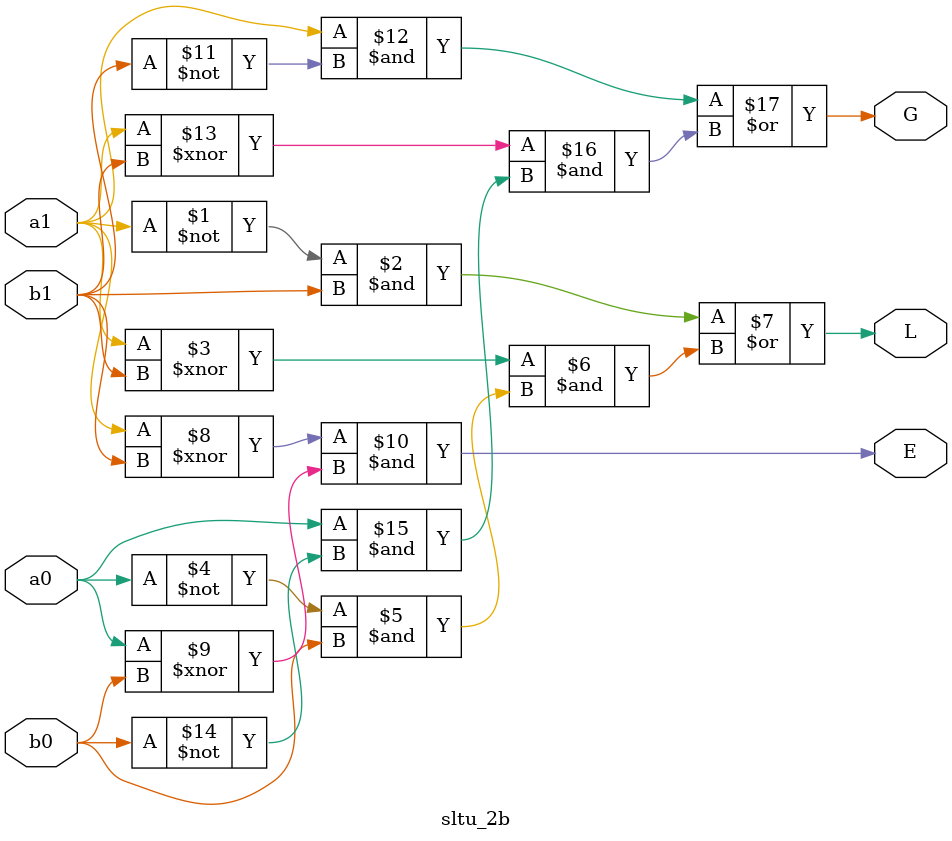
<source format=sv>
module sltu_2b (G,E,L,a1,a0,b1,b0);
    input logic a1,a0,b1,b0 ;
	output logic  G,E,L;

	assign L = (~a1& b1) | ((a1 ~^ b1)&(~a0 & b0)); // A  less than B 
	assign E = (a1 ~^ b1)&(a0 ~^ b0);                   // A  equal B 
	assign G = (a1& ~b1) | ((a1 ~^ b1)&(a0 & ~b0)); // A greater than B

endmodule 

</source>
